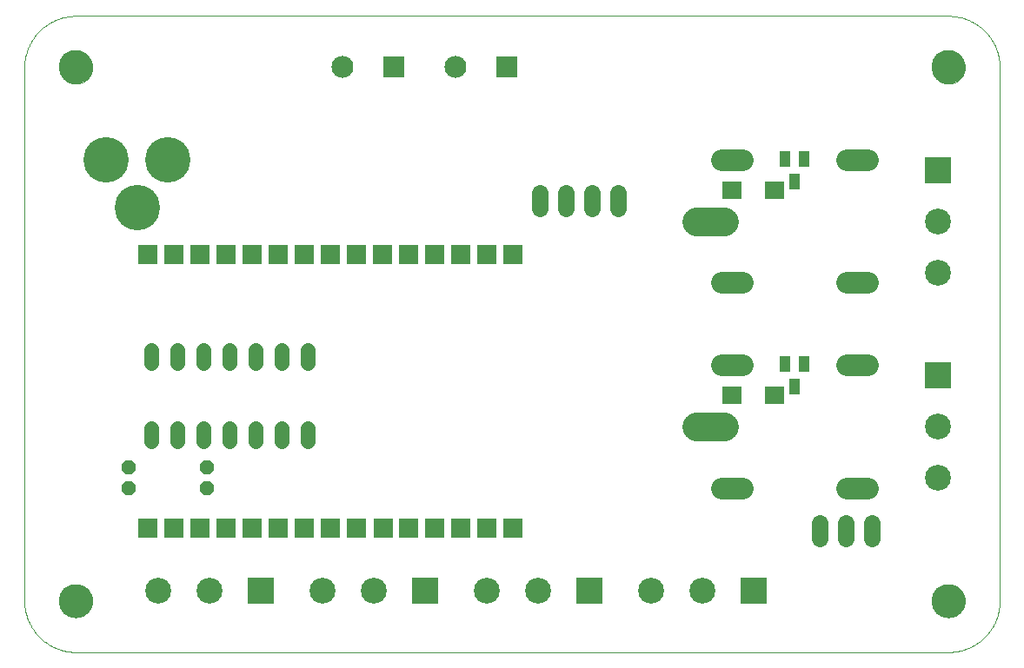
<source format=gbs>
G75*
%MOIN*%
%OFA0B0*%
%FSLAX25Y25*%
%IPPOS*%
%LPD*%
%AMOC8*
5,1,8,0,0,1.08239X$1,22.5*
%
%ADD10C,0.00000*%
%ADD11C,0.17400*%
%ADD12R,0.09900X0.09900*%
%ADD13C,0.09900*%
%ADD14R,0.07400X0.07400*%
%ADD15C,0.12998*%
%ADD16C,0.05600*%
%ADD17C,0.08200*%
%ADD18C,0.11050*%
%ADD19R,0.04337X0.05912*%
%ADD20R,0.07487X0.07093*%
%ADD21C,0.06400*%
%ADD22R,0.08400X0.08400*%
%ADD23C,0.08400*%
%ADD24OC8,0.05600*%
D10*
X0023622Y0002016D02*
X0358268Y0002016D01*
X0351969Y0021701D02*
X0351971Y0021859D01*
X0351977Y0022017D01*
X0351987Y0022175D01*
X0352001Y0022333D01*
X0352019Y0022490D01*
X0352040Y0022647D01*
X0352066Y0022803D01*
X0352096Y0022959D01*
X0352129Y0023114D01*
X0352167Y0023267D01*
X0352208Y0023420D01*
X0352253Y0023572D01*
X0352302Y0023723D01*
X0352355Y0023872D01*
X0352411Y0024020D01*
X0352471Y0024166D01*
X0352535Y0024311D01*
X0352603Y0024454D01*
X0352674Y0024596D01*
X0352748Y0024736D01*
X0352826Y0024873D01*
X0352908Y0025009D01*
X0352992Y0025143D01*
X0353081Y0025274D01*
X0353172Y0025403D01*
X0353267Y0025530D01*
X0353364Y0025655D01*
X0353465Y0025777D01*
X0353569Y0025896D01*
X0353676Y0026013D01*
X0353786Y0026127D01*
X0353899Y0026238D01*
X0354014Y0026347D01*
X0354132Y0026452D01*
X0354253Y0026554D01*
X0354376Y0026654D01*
X0354502Y0026750D01*
X0354630Y0026843D01*
X0354760Y0026933D01*
X0354893Y0027019D01*
X0355028Y0027103D01*
X0355164Y0027182D01*
X0355303Y0027259D01*
X0355444Y0027331D01*
X0355586Y0027401D01*
X0355730Y0027466D01*
X0355876Y0027528D01*
X0356023Y0027586D01*
X0356172Y0027641D01*
X0356322Y0027692D01*
X0356473Y0027739D01*
X0356625Y0027782D01*
X0356778Y0027821D01*
X0356933Y0027857D01*
X0357088Y0027888D01*
X0357244Y0027916D01*
X0357400Y0027940D01*
X0357557Y0027960D01*
X0357715Y0027976D01*
X0357872Y0027988D01*
X0358031Y0027996D01*
X0358189Y0028000D01*
X0358347Y0028000D01*
X0358505Y0027996D01*
X0358664Y0027988D01*
X0358821Y0027976D01*
X0358979Y0027960D01*
X0359136Y0027940D01*
X0359292Y0027916D01*
X0359448Y0027888D01*
X0359603Y0027857D01*
X0359758Y0027821D01*
X0359911Y0027782D01*
X0360063Y0027739D01*
X0360214Y0027692D01*
X0360364Y0027641D01*
X0360513Y0027586D01*
X0360660Y0027528D01*
X0360806Y0027466D01*
X0360950Y0027401D01*
X0361092Y0027331D01*
X0361233Y0027259D01*
X0361372Y0027182D01*
X0361508Y0027103D01*
X0361643Y0027019D01*
X0361776Y0026933D01*
X0361906Y0026843D01*
X0362034Y0026750D01*
X0362160Y0026654D01*
X0362283Y0026554D01*
X0362404Y0026452D01*
X0362522Y0026347D01*
X0362637Y0026238D01*
X0362750Y0026127D01*
X0362860Y0026013D01*
X0362967Y0025896D01*
X0363071Y0025777D01*
X0363172Y0025655D01*
X0363269Y0025530D01*
X0363364Y0025403D01*
X0363455Y0025274D01*
X0363544Y0025143D01*
X0363628Y0025009D01*
X0363710Y0024873D01*
X0363788Y0024736D01*
X0363862Y0024596D01*
X0363933Y0024454D01*
X0364001Y0024311D01*
X0364065Y0024166D01*
X0364125Y0024020D01*
X0364181Y0023872D01*
X0364234Y0023723D01*
X0364283Y0023572D01*
X0364328Y0023420D01*
X0364369Y0023267D01*
X0364407Y0023114D01*
X0364440Y0022959D01*
X0364470Y0022803D01*
X0364496Y0022647D01*
X0364517Y0022490D01*
X0364535Y0022333D01*
X0364549Y0022175D01*
X0364559Y0022017D01*
X0364565Y0021859D01*
X0364567Y0021701D01*
X0364565Y0021543D01*
X0364559Y0021385D01*
X0364549Y0021227D01*
X0364535Y0021069D01*
X0364517Y0020912D01*
X0364496Y0020755D01*
X0364470Y0020599D01*
X0364440Y0020443D01*
X0364407Y0020288D01*
X0364369Y0020135D01*
X0364328Y0019982D01*
X0364283Y0019830D01*
X0364234Y0019679D01*
X0364181Y0019530D01*
X0364125Y0019382D01*
X0364065Y0019236D01*
X0364001Y0019091D01*
X0363933Y0018948D01*
X0363862Y0018806D01*
X0363788Y0018666D01*
X0363710Y0018529D01*
X0363628Y0018393D01*
X0363544Y0018259D01*
X0363455Y0018128D01*
X0363364Y0017999D01*
X0363269Y0017872D01*
X0363172Y0017747D01*
X0363071Y0017625D01*
X0362967Y0017506D01*
X0362860Y0017389D01*
X0362750Y0017275D01*
X0362637Y0017164D01*
X0362522Y0017055D01*
X0362404Y0016950D01*
X0362283Y0016848D01*
X0362160Y0016748D01*
X0362034Y0016652D01*
X0361906Y0016559D01*
X0361776Y0016469D01*
X0361643Y0016383D01*
X0361508Y0016299D01*
X0361372Y0016220D01*
X0361233Y0016143D01*
X0361092Y0016071D01*
X0360950Y0016001D01*
X0360806Y0015936D01*
X0360660Y0015874D01*
X0360513Y0015816D01*
X0360364Y0015761D01*
X0360214Y0015710D01*
X0360063Y0015663D01*
X0359911Y0015620D01*
X0359758Y0015581D01*
X0359603Y0015545D01*
X0359448Y0015514D01*
X0359292Y0015486D01*
X0359136Y0015462D01*
X0358979Y0015442D01*
X0358821Y0015426D01*
X0358664Y0015414D01*
X0358505Y0015406D01*
X0358347Y0015402D01*
X0358189Y0015402D01*
X0358031Y0015406D01*
X0357872Y0015414D01*
X0357715Y0015426D01*
X0357557Y0015442D01*
X0357400Y0015462D01*
X0357244Y0015486D01*
X0357088Y0015514D01*
X0356933Y0015545D01*
X0356778Y0015581D01*
X0356625Y0015620D01*
X0356473Y0015663D01*
X0356322Y0015710D01*
X0356172Y0015761D01*
X0356023Y0015816D01*
X0355876Y0015874D01*
X0355730Y0015936D01*
X0355586Y0016001D01*
X0355444Y0016071D01*
X0355303Y0016143D01*
X0355164Y0016220D01*
X0355028Y0016299D01*
X0354893Y0016383D01*
X0354760Y0016469D01*
X0354630Y0016559D01*
X0354502Y0016652D01*
X0354376Y0016748D01*
X0354253Y0016848D01*
X0354132Y0016950D01*
X0354014Y0017055D01*
X0353899Y0017164D01*
X0353786Y0017275D01*
X0353676Y0017389D01*
X0353569Y0017506D01*
X0353465Y0017625D01*
X0353364Y0017747D01*
X0353267Y0017872D01*
X0353172Y0017999D01*
X0353081Y0018128D01*
X0352992Y0018259D01*
X0352908Y0018393D01*
X0352826Y0018529D01*
X0352748Y0018666D01*
X0352674Y0018806D01*
X0352603Y0018948D01*
X0352535Y0019091D01*
X0352471Y0019236D01*
X0352411Y0019382D01*
X0352355Y0019530D01*
X0352302Y0019679D01*
X0352253Y0019830D01*
X0352208Y0019982D01*
X0352167Y0020135D01*
X0352129Y0020288D01*
X0352096Y0020443D01*
X0352066Y0020599D01*
X0352040Y0020755D01*
X0352019Y0020912D01*
X0352001Y0021069D01*
X0351987Y0021227D01*
X0351977Y0021385D01*
X0351971Y0021543D01*
X0351969Y0021701D01*
X0358268Y0002016D02*
X0358744Y0002022D01*
X0359219Y0002039D01*
X0359694Y0002068D01*
X0360168Y0002108D01*
X0360641Y0002160D01*
X0361112Y0002223D01*
X0361582Y0002297D01*
X0362050Y0002383D01*
X0362516Y0002480D01*
X0362979Y0002588D01*
X0363439Y0002707D01*
X0363897Y0002838D01*
X0364351Y0002979D01*
X0364802Y0003132D01*
X0365248Y0003295D01*
X0365691Y0003469D01*
X0366129Y0003654D01*
X0366563Y0003849D01*
X0366992Y0004055D01*
X0367416Y0004271D01*
X0367835Y0004497D01*
X0368248Y0004733D01*
X0368655Y0004979D01*
X0369056Y0005235D01*
X0369450Y0005501D01*
X0369839Y0005776D01*
X0370220Y0006060D01*
X0370594Y0006353D01*
X0370962Y0006655D01*
X0371322Y0006967D01*
X0371674Y0007286D01*
X0372018Y0007614D01*
X0372355Y0007951D01*
X0372683Y0008295D01*
X0373002Y0008647D01*
X0373314Y0009007D01*
X0373616Y0009375D01*
X0373909Y0009749D01*
X0374193Y0010130D01*
X0374468Y0010519D01*
X0374734Y0010913D01*
X0374990Y0011314D01*
X0375236Y0011721D01*
X0375472Y0012134D01*
X0375698Y0012553D01*
X0375914Y0012977D01*
X0376120Y0013406D01*
X0376315Y0013840D01*
X0376500Y0014278D01*
X0376674Y0014721D01*
X0376837Y0015167D01*
X0376990Y0015618D01*
X0377131Y0016072D01*
X0377262Y0016530D01*
X0377381Y0016990D01*
X0377489Y0017453D01*
X0377586Y0017919D01*
X0377672Y0018387D01*
X0377746Y0018857D01*
X0377809Y0019328D01*
X0377861Y0019801D01*
X0377901Y0020275D01*
X0377930Y0020750D01*
X0377947Y0021225D01*
X0377953Y0021701D01*
X0377953Y0226425D01*
X0351969Y0226425D02*
X0351971Y0226583D01*
X0351977Y0226741D01*
X0351987Y0226899D01*
X0352001Y0227057D01*
X0352019Y0227214D01*
X0352040Y0227371D01*
X0352066Y0227527D01*
X0352096Y0227683D01*
X0352129Y0227838D01*
X0352167Y0227991D01*
X0352208Y0228144D01*
X0352253Y0228296D01*
X0352302Y0228447D01*
X0352355Y0228596D01*
X0352411Y0228744D01*
X0352471Y0228890D01*
X0352535Y0229035D01*
X0352603Y0229178D01*
X0352674Y0229320D01*
X0352748Y0229460D01*
X0352826Y0229597D01*
X0352908Y0229733D01*
X0352992Y0229867D01*
X0353081Y0229998D01*
X0353172Y0230127D01*
X0353267Y0230254D01*
X0353364Y0230379D01*
X0353465Y0230501D01*
X0353569Y0230620D01*
X0353676Y0230737D01*
X0353786Y0230851D01*
X0353899Y0230962D01*
X0354014Y0231071D01*
X0354132Y0231176D01*
X0354253Y0231278D01*
X0354376Y0231378D01*
X0354502Y0231474D01*
X0354630Y0231567D01*
X0354760Y0231657D01*
X0354893Y0231743D01*
X0355028Y0231827D01*
X0355164Y0231906D01*
X0355303Y0231983D01*
X0355444Y0232055D01*
X0355586Y0232125D01*
X0355730Y0232190D01*
X0355876Y0232252D01*
X0356023Y0232310D01*
X0356172Y0232365D01*
X0356322Y0232416D01*
X0356473Y0232463D01*
X0356625Y0232506D01*
X0356778Y0232545D01*
X0356933Y0232581D01*
X0357088Y0232612D01*
X0357244Y0232640D01*
X0357400Y0232664D01*
X0357557Y0232684D01*
X0357715Y0232700D01*
X0357872Y0232712D01*
X0358031Y0232720D01*
X0358189Y0232724D01*
X0358347Y0232724D01*
X0358505Y0232720D01*
X0358664Y0232712D01*
X0358821Y0232700D01*
X0358979Y0232684D01*
X0359136Y0232664D01*
X0359292Y0232640D01*
X0359448Y0232612D01*
X0359603Y0232581D01*
X0359758Y0232545D01*
X0359911Y0232506D01*
X0360063Y0232463D01*
X0360214Y0232416D01*
X0360364Y0232365D01*
X0360513Y0232310D01*
X0360660Y0232252D01*
X0360806Y0232190D01*
X0360950Y0232125D01*
X0361092Y0232055D01*
X0361233Y0231983D01*
X0361372Y0231906D01*
X0361508Y0231827D01*
X0361643Y0231743D01*
X0361776Y0231657D01*
X0361906Y0231567D01*
X0362034Y0231474D01*
X0362160Y0231378D01*
X0362283Y0231278D01*
X0362404Y0231176D01*
X0362522Y0231071D01*
X0362637Y0230962D01*
X0362750Y0230851D01*
X0362860Y0230737D01*
X0362967Y0230620D01*
X0363071Y0230501D01*
X0363172Y0230379D01*
X0363269Y0230254D01*
X0363364Y0230127D01*
X0363455Y0229998D01*
X0363544Y0229867D01*
X0363628Y0229733D01*
X0363710Y0229597D01*
X0363788Y0229460D01*
X0363862Y0229320D01*
X0363933Y0229178D01*
X0364001Y0229035D01*
X0364065Y0228890D01*
X0364125Y0228744D01*
X0364181Y0228596D01*
X0364234Y0228447D01*
X0364283Y0228296D01*
X0364328Y0228144D01*
X0364369Y0227991D01*
X0364407Y0227838D01*
X0364440Y0227683D01*
X0364470Y0227527D01*
X0364496Y0227371D01*
X0364517Y0227214D01*
X0364535Y0227057D01*
X0364549Y0226899D01*
X0364559Y0226741D01*
X0364565Y0226583D01*
X0364567Y0226425D01*
X0364565Y0226267D01*
X0364559Y0226109D01*
X0364549Y0225951D01*
X0364535Y0225793D01*
X0364517Y0225636D01*
X0364496Y0225479D01*
X0364470Y0225323D01*
X0364440Y0225167D01*
X0364407Y0225012D01*
X0364369Y0224859D01*
X0364328Y0224706D01*
X0364283Y0224554D01*
X0364234Y0224403D01*
X0364181Y0224254D01*
X0364125Y0224106D01*
X0364065Y0223960D01*
X0364001Y0223815D01*
X0363933Y0223672D01*
X0363862Y0223530D01*
X0363788Y0223390D01*
X0363710Y0223253D01*
X0363628Y0223117D01*
X0363544Y0222983D01*
X0363455Y0222852D01*
X0363364Y0222723D01*
X0363269Y0222596D01*
X0363172Y0222471D01*
X0363071Y0222349D01*
X0362967Y0222230D01*
X0362860Y0222113D01*
X0362750Y0221999D01*
X0362637Y0221888D01*
X0362522Y0221779D01*
X0362404Y0221674D01*
X0362283Y0221572D01*
X0362160Y0221472D01*
X0362034Y0221376D01*
X0361906Y0221283D01*
X0361776Y0221193D01*
X0361643Y0221107D01*
X0361508Y0221023D01*
X0361372Y0220944D01*
X0361233Y0220867D01*
X0361092Y0220795D01*
X0360950Y0220725D01*
X0360806Y0220660D01*
X0360660Y0220598D01*
X0360513Y0220540D01*
X0360364Y0220485D01*
X0360214Y0220434D01*
X0360063Y0220387D01*
X0359911Y0220344D01*
X0359758Y0220305D01*
X0359603Y0220269D01*
X0359448Y0220238D01*
X0359292Y0220210D01*
X0359136Y0220186D01*
X0358979Y0220166D01*
X0358821Y0220150D01*
X0358664Y0220138D01*
X0358505Y0220130D01*
X0358347Y0220126D01*
X0358189Y0220126D01*
X0358031Y0220130D01*
X0357872Y0220138D01*
X0357715Y0220150D01*
X0357557Y0220166D01*
X0357400Y0220186D01*
X0357244Y0220210D01*
X0357088Y0220238D01*
X0356933Y0220269D01*
X0356778Y0220305D01*
X0356625Y0220344D01*
X0356473Y0220387D01*
X0356322Y0220434D01*
X0356172Y0220485D01*
X0356023Y0220540D01*
X0355876Y0220598D01*
X0355730Y0220660D01*
X0355586Y0220725D01*
X0355444Y0220795D01*
X0355303Y0220867D01*
X0355164Y0220944D01*
X0355028Y0221023D01*
X0354893Y0221107D01*
X0354760Y0221193D01*
X0354630Y0221283D01*
X0354502Y0221376D01*
X0354376Y0221472D01*
X0354253Y0221572D01*
X0354132Y0221674D01*
X0354014Y0221779D01*
X0353899Y0221888D01*
X0353786Y0221999D01*
X0353676Y0222113D01*
X0353569Y0222230D01*
X0353465Y0222349D01*
X0353364Y0222471D01*
X0353267Y0222596D01*
X0353172Y0222723D01*
X0353081Y0222852D01*
X0352992Y0222983D01*
X0352908Y0223117D01*
X0352826Y0223253D01*
X0352748Y0223390D01*
X0352674Y0223530D01*
X0352603Y0223672D01*
X0352535Y0223815D01*
X0352471Y0223960D01*
X0352411Y0224106D01*
X0352355Y0224254D01*
X0352302Y0224403D01*
X0352253Y0224554D01*
X0352208Y0224706D01*
X0352167Y0224859D01*
X0352129Y0225012D01*
X0352096Y0225167D01*
X0352066Y0225323D01*
X0352040Y0225479D01*
X0352019Y0225636D01*
X0352001Y0225793D01*
X0351987Y0225951D01*
X0351977Y0226109D01*
X0351971Y0226267D01*
X0351969Y0226425D01*
X0358268Y0246110D02*
X0358744Y0246104D01*
X0359219Y0246087D01*
X0359694Y0246058D01*
X0360168Y0246018D01*
X0360641Y0245966D01*
X0361112Y0245903D01*
X0361582Y0245829D01*
X0362050Y0245743D01*
X0362516Y0245646D01*
X0362979Y0245538D01*
X0363439Y0245419D01*
X0363897Y0245288D01*
X0364351Y0245147D01*
X0364802Y0244994D01*
X0365248Y0244831D01*
X0365691Y0244657D01*
X0366129Y0244472D01*
X0366563Y0244277D01*
X0366992Y0244071D01*
X0367416Y0243855D01*
X0367835Y0243629D01*
X0368248Y0243393D01*
X0368655Y0243147D01*
X0369056Y0242891D01*
X0369450Y0242625D01*
X0369839Y0242350D01*
X0370220Y0242066D01*
X0370594Y0241773D01*
X0370962Y0241471D01*
X0371322Y0241159D01*
X0371674Y0240840D01*
X0372018Y0240512D01*
X0372355Y0240175D01*
X0372683Y0239831D01*
X0373002Y0239479D01*
X0373314Y0239119D01*
X0373616Y0238751D01*
X0373909Y0238377D01*
X0374193Y0237996D01*
X0374468Y0237607D01*
X0374734Y0237213D01*
X0374990Y0236812D01*
X0375236Y0236405D01*
X0375472Y0235992D01*
X0375698Y0235573D01*
X0375914Y0235149D01*
X0376120Y0234720D01*
X0376315Y0234286D01*
X0376500Y0233848D01*
X0376674Y0233405D01*
X0376837Y0232959D01*
X0376990Y0232508D01*
X0377131Y0232054D01*
X0377262Y0231596D01*
X0377381Y0231136D01*
X0377489Y0230673D01*
X0377586Y0230207D01*
X0377672Y0229739D01*
X0377746Y0229269D01*
X0377809Y0228798D01*
X0377861Y0228325D01*
X0377901Y0227851D01*
X0377930Y0227376D01*
X0377947Y0226901D01*
X0377953Y0226425D01*
X0358268Y0246110D02*
X0023622Y0246110D01*
X0017323Y0226425D02*
X0017325Y0226583D01*
X0017331Y0226741D01*
X0017341Y0226899D01*
X0017355Y0227057D01*
X0017373Y0227214D01*
X0017394Y0227371D01*
X0017420Y0227527D01*
X0017450Y0227683D01*
X0017483Y0227838D01*
X0017521Y0227991D01*
X0017562Y0228144D01*
X0017607Y0228296D01*
X0017656Y0228447D01*
X0017709Y0228596D01*
X0017765Y0228744D01*
X0017825Y0228890D01*
X0017889Y0229035D01*
X0017957Y0229178D01*
X0018028Y0229320D01*
X0018102Y0229460D01*
X0018180Y0229597D01*
X0018262Y0229733D01*
X0018346Y0229867D01*
X0018435Y0229998D01*
X0018526Y0230127D01*
X0018621Y0230254D01*
X0018718Y0230379D01*
X0018819Y0230501D01*
X0018923Y0230620D01*
X0019030Y0230737D01*
X0019140Y0230851D01*
X0019253Y0230962D01*
X0019368Y0231071D01*
X0019486Y0231176D01*
X0019607Y0231278D01*
X0019730Y0231378D01*
X0019856Y0231474D01*
X0019984Y0231567D01*
X0020114Y0231657D01*
X0020247Y0231743D01*
X0020382Y0231827D01*
X0020518Y0231906D01*
X0020657Y0231983D01*
X0020798Y0232055D01*
X0020940Y0232125D01*
X0021084Y0232190D01*
X0021230Y0232252D01*
X0021377Y0232310D01*
X0021526Y0232365D01*
X0021676Y0232416D01*
X0021827Y0232463D01*
X0021979Y0232506D01*
X0022132Y0232545D01*
X0022287Y0232581D01*
X0022442Y0232612D01*
X0022598Y0232640D01*
X0022754Y0232664D01*
X0022911Y0232684D01*
X0023069Y0232700D01*
X0023226Y0232712D01*
X0023385Y0232720D01*
X0023543Y0232724D01*
X0023701Y0232724D01*
X0023859Y0232720D01*
X0024018Y0232712D01*
X0024175Y0232700D01*
X0024333Y0232684D01*
X0024490Y0232664D01*
X0024646Y0232640D01*
X0024802Y0232612D01*
X0024957Y0232581D01*
X0025112Y0232545D01*
X0025265Y0232506D01*
X0025417Y0232463D01*
X0025568Y0232416D01*
X0025718Y0232365D01*
X0025867Y0232310D01*
X0026014Y0232252D01*
X0026160Y0232190D01*
X0026304Y0232125D01*
X0026446Y0232055D01*
X0026587Y0231983D01*
X0026726Y0231906D01*
X0026862Y0231827D01*
X0026997Y0231743D01*
X0027130Y0231657D01*
X0027260Y0231567D01*
X0027388Y0231474D01*
X0027514Y0231378D01*
X0027637Y0231278D01*
X0027758Y0231176D01*
X0027876Y0231071D01*
X0027991Y0230962D01*
X0028104Y0230851D01*
X0028214Y0230737D01*
X0028321Y0230620D01*
X0028425Y0230501D01*
X0028526Y0230379D01*
X0028623Y0230254D01*
X0028718Y0230127D01*
X0028809Y0229998D01*
X0028898Y0229867D01*
X0028982Y0229733D01*
X0029064Y0229597D01*
X0029142Y0229460D01*
X0029216Y0229320D01*
X0029287Y0229178D01*
X0029355Y0229035D01*
X0029419Y0228890D01*
X0029479Y0228744D01*
X0029535Y0228596D01*
X0029588Y0228447D01*
X0029637Y0228296D01*
X0029682Y0228144D01*
X0029723Y0227991D01*
X0029761Y0227838D01*
X0029794Y0227683D01*
X0029824Y0227527D01*
X0029850Y0227371D01*
X0029871Y0227214D01*
X0029889Y0227057D01*
X0029903Y0226899D01*
X0029913Y0226741D01*
X0029919Y0226583D01*
X0029921Y0226425D01*
X0029919Y0226267D01*
X0029913Y0226109D01*
X0029903Y0225951D01*
X0029889Y0225793D01*
X0029871Y0225636D01*
X0029850Y0225479D01*
X0029824Y0225323D01*
X0029794Y0225167D01*
X0029761Y0225012D01*
X0029723Y0224859D01*
X0029682Y0224706D01*
X0029637Y0224554D01*
X0029588Y0224403D01*
X0029535Y0224254D01*
X0029479Y0224106D01*
X0029419Y0223960D01*
X0029355Y0223815D01*
X0029287Y0223672D01*
X0029216Y0223530D01*
X0029142Y0223390D01*
X0029064Y0223253D01*
X0028982Y0223117D01*
X0028898Y0222983D01*
X0028809Y0222852D01*
X0028718Y0222723D01*
X0028623Y0222596D01*
X0028526Y0222471D01*
X0028425Y0222349D01*
X0028321Y0222230D01*
X0028214Y0222113D01*
X0028104Y0221999D01*
X0027991Y0221888D01*
X0027876Y0221779D01*
X0027758Y0221674D01*
X0027637Y0221572D01*
X0027514Y0221472D01*
X0027388Y0221376D01*
X0027260Y0221283D01*
X0027130Y0221193D01*
X0026997Y0221107D01*
X0026862Y0221023D01*
X0026726Y0220944D01*
X0026587Y0220867D01*
X0026446Y0220795D01*
X0026304Y0220725D01*
X0026160Y0220660D01*
X0026014Y0220598D01*
X0025867Y0220540D01*
X0025718Y0220485D01*
X0025568Y0220434D01*
X0025417Y0220387D01*
X0025265Y0220344D01*
X0025112Y0220305D01*
X0024957Y0220269D01*
X0024802Y0220238D01*
X0024646Y0220210D01*
X0024490Y0220186D01*
X0024333Y0220166D01*
X0024175Y0220150D01*
X0024018Y0220138D01*
X0023859Y0220130D01*
X0023701Y0220126D01*
X0023543Y0220126D01*
X0023385Y0220130D01*
X0023226Y0220138D01*
X0023069Y0220150D01*
X0022911Y0220166D01*
X0022754Y0220186D01*
X0022598Y0220210D01*
X0022442Y0220238D01*
X0022287Y0220269D01*
X0022132Y0220305D01*
X0021979Y0220344D01*
X0021827Y0220387D01*
X0021676Y0220434D01*
X0021526Y0220485D01*
X0021377Y0220540D01*
X0021230Y0220598D01*
X0021084Y0220660D01*
X0020940Y0220725D01*
X0020798Y0220795D01*
X0020657Y0220867D01*
X0020518Y0220944D01*
X0020382Y0221023D01*
X0020247Y0221107D01*
X0020114Y0221193D01*
X0019984Y0221283D01*
X0019856Y0221376D01*
X0019730Y0221472D01*
X0019607Y0221572D01*
X0019486Y0221674D01*
X0019368Y0221779D01*
X0019253Y0221888D01*
X0019140Y0221999D01*
X0019030Y0222113D01*
X0018923Y0222230D01*
X0018819Y0222349D01*
X0018718Y0222471D01*
X0018621Y0222596D01*
X0018526Y0222723D01*
X0018435Y0222852D01*
X0018346Y0222983D01*
X0018262Y0223117D01*
X0018180Y0223253D01*
X0018102Y0223390D01*
X0018028Y0223530D01*
X0017957Y0223672D01*
X0017889Y0223815D01*
X0017825Y0223960D01*
X0017765Y0224106D01*
X0017709Y0224254D01*
X0017656Y0224403D01*
X0017607Y0224554D01*
X0017562Y0224706D01*
X0017521Y0224859D01*
X0017483Y0225012D01*
X0017450Y0225167D01*
X0017420Y0225323D01*
X0017394Y0225479D01*
X0017373Y0225636D01*
X0017355Y0225793D01*
X0017341Y0225951D01*
X0017331Y0226109D01*
X0017325Y0226267D01*
X0017323Y0226425D01*
X0003937Y0226425D02*
X0003943Y0226901D01*
X0003960Y0227376D01*
X0003989Y0227851D01*
X0004029Y0228325D01*
X0004081Y0228798D01*
X0004144Y0229269D01*
X0004218Y0229739D01*
X0004304Y0230207D01*
X0004401Y0230673D01*
X0004509Y0231136D01*
X0004628Y0231596D01*
X0004759Y0232054D01*
X0004900Y0232508D01*
X0005053Y0232959D01*
X0005216Y0233405D01*
X0005390Y0233848D01*
X0005575Y0234286D01*
X0005770Y0234720D01*
X0005976Y0235149D01*
X0006192Y0235573D01*
X0006418Y0235992D01*
X0006654Y0236405D01*
X0006900Y0236812D01*
X0007156Y0237213D01*
X0007422Y0237607D01*
X0007697Y0237996D01*
X0007981Y0238377D01*
X0008274Y0238751D01*
X0008576Y0239119D01*
X0008888Y0239479D01*
X0009207Y0239831D01*
X0009535Y0240175D01*
X0009872Y0240512D01*
X0010216Y0240840D01*
X0010568Y0241159D01*
X0010928Y0241471D01*
X0011296Y0241773D01*
X0011670Y0242066D01*
X0012051Y0242350D01*
X0012440Y0242625D01*
X0012834Y0242891D01*
X0013235Y0243147D01*
X0013642Y0243393D01*
X0014055Y0243629D01*
X0014474Y0243855D01*
X0014898Y0244071D01*
X0015327Y0244277D01*
X0015761Y0244472D01*
X0016199Y0244657D01*
X0016642Y0244831D01*
X0017088Y0244994D01*
X0017539Y0245147D01*
X0017993Y0245288D01*
X0018451Y0245419D01*
X0018911Y0245538D01*
X0019374Y0245646D01*
X0019840Y0245743D01*
X0020308Y0245829D01*
X0020778Y0245903D01*
X0021249Y0245966D01*
X0021722Y0246018D01*
X0022196Y0246058D01*
X0022671Y0246087D01*
X0023146Y0246104D01*
X0023622Y0246110D01*
X0003937Y0226425D02*
X0003937Y0021701D01*
X0017323Y0021701D02*
X0017325Y0021859D01*
X0017331Y0022017D01*
X0017341Y0022175D01*
X0017355Y0022333D01*
X0017373Y0022490D01*
X0017394Y0022647D01*
X0017420Y0022803D01*
X0017450Y0022959D01*
X0017483Y0023114D01*
X0017521Y0023267D01*
X0017562Y0023420D01*
X0017607Y0023572D01*
X0017656Y0023723D01*
X0017709Y0023872D01*
X0017765Y0024020D01*
X0017825Y0024166D01*
X0017889Y0024311D01*
X0017957Y0024454D01*
X0018028Y0024596D01*
X0018102Y0024736D01*
X0018180Y0024873D01*
X0018262Y0025009D01*
X0018346Y0025143D01*
X0018435Y0025274D01*
X0018526Y0025403D01*
X0018621Y0025530D01*
X0018718Y0025655D01*
X0018819Y0025777D01*
X0018923Y0025896D01*
X0019030Y0026013D01*
X0019140Y0026127D01*
X0019253Y0026238D01*
X0019368Y0026347D01*
X0019486Y0026452D01*
X0019607Y0026554D01*
X0019730Y0026654D01*
X0019856Y0026750D01*
X0019984Y0026843D01*
X0020114Y0026933D01*
X0020247Y0027019D01*
X0020382Y0027103D01*
X0020518Y0027182D01*
X0020657Y0027259D01*
X0020798Y0027331D01*
X0020940Y0027401D01*
X0021084Y0027466D01*
X0021230Y0027528D01*
X0021377Y0027586D01*
X0021526Y0027641D01*
X0021676Y0027692D01*
X0021827Y0027739D01*
X0021979Y0027782D01*
X0022132Y0027821D01*
X0022287Y0027857D01*
X0022442Y0027888D01*
X0022598Y0027916D01*
X0022754Y0027940D01*
X0022911Y0027960D01*
X0023069Y0027976D01*
X0023226Y0027988D01*
X0023385Y0027996D01*
X0023543Y0028000D01*
X0023701Y0028000D01*
X0023859Y0027996D01*
X0024018Y0027988D01*
X0024175Y0027976D01*
X0024333Y0027960D01*
X0024490Y0027940D01*
X0024646Y0027916D01*
X0024802Y0027888D01*
X0024957Y0027857D01*
X0025112Y0027821D01*
X0025265Y0027782D01*
X0025417Y0027739D01*
X0025568Y0027692D01*
X0025718Y0027641D01*
X0025867Y0027586D01*
X0026014Y0027528D01*
X0026160Y0027466D01*
X0026304Y0027401D01*
X0026446Y0027331D01*
X0026587Y0027259D01*
X0026726Y0027182D01*
X0026862Y0027103D01*
X0026997Y0027019D01*
X0027130Y0026933D01*
X0027260Y0026843D01*
X0027388Y0026750D01*
X0027514Y0026654D01*
X0027637Y0026554D01*
X0027758Y0026452D01*
X0027876Y0026347D01*
X0027991Y0026238D01*
X0028104Y0026127D01*
X0028214Y0026013D01*
X0028321Y0025896D01*
X0028425Y0025777D01*
X0028526Y0025655D01*
X0028623Y0025530D01*
X0028718Y0025403D01*
X0028809Y0025274D01*
X0028898Y0025143D01*
X0028982Y0025009D01*
X0029064Y0024873D01*
X0029142Y0024736D01*
X0029216Y0024596D01*
X0029287Y0024454D01*
X0029355Y0024311D01*
X0029419Y0024166D01*
X0029479Y0024020D01*
X0029535Y0023872D01*
X0029588Y0023723D01*
X0029637Y0023572D01*
X0029682Y0023420D01*
X0029723Y0023267D01*
X0029761Y0023114D01*
X0029794Y0022959D01*
X0029824Y0022803D01*
X0029850Y0022647D01*
X0029871Y0022490D01*
X0029889Y0022333D01*
X0029903Y0022175D01*
X0029913Y0022017D01*
X0029919Y0021859D01*
X0029921Y0021701D01*
X0029919Y0021543D01*
X0029913Y0021385D01*
X0029903Y0021227D01*
X0029889Y0021069D01*
X0029871Y0020912D01*
X0029850Y0020755D01*
X0029824Y0020599D01*
X0029794Y0020443D01*
X0029761Y0020288D01*
X0029723Y0020135D01*
X0029682Y0019982D01*
X0029637Y0019830D01*
X0029588Y0019679D01*
X0029535Y0019530D01*
X0029479Y0019382D01*
X0029419Y0019236D01*
X0029355Y0019091D01*
X0029287Y0018948D01*
X0029216Y0018806D01*
X0029142Y0018666D01*
X0029064Y0018529D01*
X0028982Y0018393D01*
X0028898Y0018259D01*
X0028809Y0018128D01*
X0028718Y0017999D01*
X0028623Y0017872D01*
X0028526Y0017747D01*
X0028425Y0017625D01*
X0028321Y0017506D01*
X0028214Y0017389D01*
X0028104Y0017275D01*
X0027991Y0017164D01*
X0027876Y0017055D01*
X0027758Y0016950D01*
X0027637Y0016848D01*
X0027514Y0016748D01*
X0027388Y0016652D01*
X0027260Y0016559D01*
X0027130Y0016469D01*
X0026997Y0016383D01*
X0026862Y0016299D01*
X0026726Y0016220D01*
X0026587Y0016143D01*
X0026446Y0016071D01*
X0026304Y0016001D01*
X0026160Y0015936D01*
X0026014Y0015874D01*
X0025867Y0015816D01*
X0025718Y0015761D01*
X0025568Y0015710D01*
X0025417Y0015663D01*
X0025265Y0015620D01*
X0025112Y0015581D01*
X0024957Y0015545D01*
X0024802Y0015514D01*
X0024646Y0015486D01*
X0024490Y0015462D01*
X0024333Y0015442D01*
X0024175Y0015426D01*
X0024018Y0015414D01*
X0023859Y0015406D01*
X0023701Y0015402D01*
X0023543Y0015402D01*
X0023385Y0015406D01*
X0023226Y0015414D01*
X0023069Y0015426D01*
X0022911Y0015442D01*
X0022754Y0015462D01*
X0022598Y0015486D01*
X0022442Y0015514D01*
X0022287Y0015545D01*
X0022132Y0015581D01*
X0021979Y0015620D01*
X0021827Y0015663D01*
X0021676Y0015710D01*
X0021526Y0015761D01*
X0021377Y0015816D01*
X0021230Y0015874D01*
X0021084Y0015936D01*
X0020940Y0016001D01*
X0020798Y0016071D01*
X0020657Y0016143D01*
X0020518Y0016220D01*
X0020382Y0016299D01*
X0020247Y0016383D01*
X0020114Y0016469D01*
X0019984Y0016559D01*
X0019856Y0016652D01*
X0019730Y0016748D01*
X0019607Y0016848D01*
X0019486Y0016950D01*
X0019368Y0017055D01*
X0019253Y0017164D01*
X0019140Y0017275D01*
X0019030Y0017389D01*
X0018923Y0017506D01*
X0018819Y0017625D01*
X0018718Y0017747D01*
X0018621Y0017872D01*
X0018526Y0017999D01*
X0018435Y0018128D01*
X0018346Y0018259D01*
X0018262Y0018393D01*
X0018180Y0018529D01*
X0018102Y0018666D01*
X0018028Y0018806D01*
X0017957Y0018948D01*
X0017889Y0019091D01*
X0017825Y0019236D01*
X0017765Y0019382D01*
X0017709Y0019530D01*
X0017656Y0019679D01*
X0017607Y0019830D01*
X0017562Y0019982D01*
X0017521Y0020135D01*
X0017483Y0020288D01*
X0017450Y0020443D01*
X0017420Y0020599D01*
X0017394Y0020755D01*
X0017373Y0020912D01*
X0017355Y0021069D01*
X0017341Y0021227D01*
X0017331Y0021385D01*
X0017325Y0021543D01*
X0017323Y0021701D01*
X0003937Y0021701D02*
X0003943Y0021225D01*
X0003960Y0020750D01*
X0003989Y0020275D01*
X0004029Y0019801D01*
X0004081Y0019328D01*
X0004144Y0018857D01*
X0004218Y0018387D01*
X0004304Y0017919D01*
X0004401Y0017453D01*
X0004509Y0016990D01*
X0004628Y0016530D01*
X0004759Y0016072D01*
X0004900Y0015618D01*
X0005053Y0015167D01*
X0005216Y0014721D01*
X0005390Y0014278D01*
X0005575Y0013840D01*
X0005770Y0013406D01*
X0005976Y0012977D01*
X0006192Y0012553D01*
X0006418Y0012134D01*
X0006654Y0011721D01*
X0006900Y0011314D01*
X0007156Y0010913D01*
X0007422Y0010519D01*
X0007697Y0010130D01*
X0007981Y0009749D01*
X0008274Y0009375D01*
X0008576Y0009007D01*
X0008888Y0008647D01*
X0009207Y0008295D01*
X0009535Y0007951D01*
X0009872Y0007614D01*
X0010216Y0007286D01*
X0010568Y0006967D01*
X0010928Y0006655D01*
X0011296Y0006353D01*
X0011670Y0006060D01*
X0012051Y0005776D01*
X0012440Y0005501D01*
X0012834Y0005235D01*
X0013235Y0004979D01*
X0013642Y0004733D01*
X0014055Y0004497D01*
X0014474Y0004271D01*
X0014898Y0004055D01*
X0015327Y0003849D01*
X0015761Y0003654D01*
X0016199Y0003469D01*
X0016642Y0003295D01*
X0017088Y0003132D01*
X0017539Y0002979D01*
X0017993Y0002838D01*
X0018451Y0002707D01*
X0018911Y0002588D01*
X0019374Y0002480D01*
X0019840Y0002383D01*
X0020308Y0002297D01*
X0020778Y0002223D01*
X0021249Y0002160D01*
X0021722Y0002108D01*
X0022196Y0002068D01*
X0022671Y0002039D01*
X0023146Y0002022D01*
X0023622Y0002016D01*
D11*
X0047126Y0172449D03*
X0058937Y0190953D03*
X0035315Y0190953D03*
D12*
X0094488Y0025638D03*
X0157480Y0025638D03*
X0220472Y0025638D03*
X0283465Y0025638D03*
X0354331Y0108315D03*
X0354331Y0187055D03*
D13*
X0354331Y0167370D03*
X0354331Y0147685D03*
X0354331Y0088630D03*
X0354331Y0068945D03*
X0263780Y0025638D03*
X0244094Y0025638D03*
X0200787Y0025638D03*
X0181102Y0025638D03*
X0137795Y0025638D03*
X0118110Y0025638D03*
X0074803Y0025638D03*
X0055118Y0025638D03*
D14*
X0051220Y0049496D03*
X0061220Y0049496D03*
X0071220Y0049496D03*
X0081220Y0049496D03*
X0091220Y0049496D03*
X0101220Y0049496D03*
X0111220Y0049496D03*
X0121220Y0049496D03*
X0131220Y0049496D03*
X0141614Y0049496D03*
X0151220Y0049496D03*
X0161220Y0049496D03*
X0171220Y0049496D03*
X0181220Y0049496D03*
X0191220Y0049496D03*
X0191220Y0154496D03*
X0181220Y0154496D03*
X0171220Y0154496D03*
X0161220Y0154496D03*
X0151220Y0154496D03*
X0141220Y0154496D03*
X0131220Y0154496D03*
X0121220Y0154496D03*
X0111220Y0154496D03*
X0101220Y0154496D03*
X0091220Y0154496D03*
X0081220Y0154496D03*
X0071220Y0154496D03*
X0061220Y0154496D03*
X0051220Y0154496D03*
D15*
X0023622Y0226425D03*
X0023622Y0021701D03*
X0358268Y0021701D03*
X0358268Y0226425D03*
D16*
X0112677Y0118041D02*
X0112677Y0112841D01*
X0102677Y0112841D02*
X0102677Y0118041D01*
X0092677Y0118041D02*
X0092677Y0112841D01*
X0082677Y0112841D02*
X0082677Y0118041D01*
X0072677Y0118041D02*
X0072677Y0112841D01*
X0062677Y0112841D02*
X0062677Y0118041D01*
X0052677Y0118041D02*
X0052677Y0112841D01*
X0052677Y0088041D02*
X0052677Y0082841D01*
X0062677Y0082841D02*
X0062677Y0088041D01*
X0072677Y0088041D02*
X0072677Y0082841D01*
X0082677Y0082841D02*
X0082677Y0088041D01*
X0092677Y0088041D02*
X0092677Y0082841D01*
X0102677Y0082841D02*
X0102677Y0088041D01*
X0112677Y0088041D02*
X0112677Y0082841D01*
D17*
X0271313Y0065030D02*
X0279113Y0065030D01*
X0319313Y0065030D02*
X0327113Y0065030D01*
X0327113Y0112230D02*
X0319313Y0112230D01*
X0279113Y0112230D02*
X0271313Y0112230D01*
X0271313Y0143770D02*
X0279113Y0143770D01*
X0319313Y0143770D02*
X0327113Y0143770D01*
X0327113Y0190970D02*
X0319313Y0190970D01*
X0279113Y0190970D02*
X0271313Y0190970D01*
D18*
X0272238Y0167370D02*
X0261588Y0167370D01*
X0261588Y0088630D02*
X0272238Y0088630D01*
D19*
X0299213Y0103984D03*
X0302953Y0112646D03*
X0295472Y0112646D03*
X0299213Y0182724D03*
X0302953Y0191386D03*
X0295472Y0191386D03*
D20*
X0291535Y0179181D03*
X0275394Y0179181D03*
X0275394Y0100441D03*
X0291535Y0100441D03*
D21*
X0308898Y0051512D02*
X0308898Y0045512D01*
X0318898Y0045512D02*
X0318898Y0051512D01*
X0328898Y0051512D02*
X0328898Y0045512D01*
X0231535Y0172244D02*
X0231535Y0178244D01*
X0221535Y0178244D02*
X0221535Y0172244D01*
X0211535Y0172244D02*
X0211535Y0178244D01*
X0201535Y0178244D02*
X0201535Y0172244D01*
D22*
X0188976Y0226425D03*
X0145669Y0226425D03*
D23*
X0125984Y0226425D03*
X0169291Y0226425D03*
D24*
X0074055Y0072882D03*
X0074055Y0065008D03*
X0044055Y0065008D03*
X0044055Y0072882D03*
M02*

</source>
